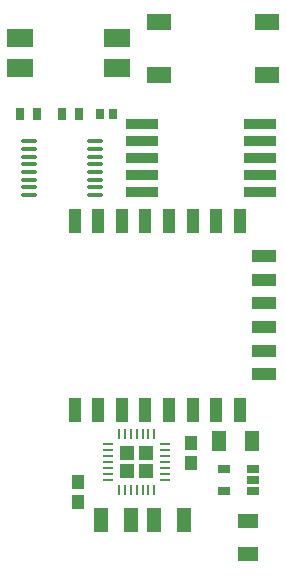
<source format=gtp>
G04 Layer_Color=7318015*
%FSLAX25Y25*%
%MOIN*%
G70*
G01*
G75*
%ADD10R,0.04331X0.04921*%
%ADD11R,0.11024X0.03543*%
%ADD12R,0.02756X0.03347*%
%ADD13R,0.05118X0.07087*%
%ADD14R,0.07087X0.05118*%
%ADD15R,0.03150X0.03937*%
%ADD16R,0.04331X0.02559*%
%ADD17R,0.08504X0.06000*%
%ADD18O,0.05512X0.01378*%
%ADD19R,0.08268X0.05512*%
%ADD20R,0.04724X0.07874*%
%ADD22R,0.03543X0.00984*%
%ADD23R,0.00984X0.03543*%
%ADD24R,0.04331X0.07874*%
%ADD25R,0.07874X0.04331*%
%ADD35R,0.04921X0.04921*%
D10*
X407500Y302130D02*
D03*
Y308823D02*
D03*
X370000Y295823D02*
D03*
Y289130D02*
D03*
D11*
X430500Y392476D02*
D03*
Y398146D02*
D03*
Y403815D02*
D03*
Y409484D02*
D03*
Y415154D02*
D03*
X391130D02*
D03*
Y409484D02*
D03*
Y403815D02*
D03*
Y398146D02*
D03*
Y392476D02*
D03*
D12*
X377236Y418476D02*
D03*
X381764D02*
D03*
D13*
X428012Y309476D02*
D03*
X416988D02*
D03*
D14*
X426500Y271965D02*
D03*
Y282988D02*
D03*
D15*
X356453Y418476D02*
D03*
X350547D02*
D03*
X370453D02*
D03*
X364547D02*
D03*
D16*
X428224Y292736D02*
D03*
Y296476D02*
D03*
Y300217D02*
D03*
X418776D02*
D03*
Y292736D02*
D03*
D17*
X350480Y443976D02*
D03*
Y433976D02*
D03*
X383000Y443976D02*
D03*
Y433976D02*
D03*
D18*
X353476Y409433D02*
D03*
Y406874D02*
D03*
Y404315D02*
D03*
Y401756D02*
D03*
Y399197D02*
D03*
Y396638D02*
D03*
Y394079D02*
D03*
Y391520D02*
D03*
X375524Y409433D02*
D03*
Y406874D02*
D03*
Y404315D02*
D03*
Y401756D02*
D03*
Y399197D02*
D03*
Y396638D02*
D03*
Y394079D02*
D03*
Y391520D02*
D03*
D19*
X432913Y431618D02*
D03*
X397087D02*
D03*
Y449335D02*
D03*
X432913D02*
D03*
D20*
X405279Y283236D02*
D03*
X377720D02*
D03*
X387563D02*
D03*
X395437D02*
D03*
D22*
X380051Y302476D02*
D03*
Y300508D02*
D03*
Y298539D02*
D03*
Y296571D02*
D03*
Y304445D02*
D03*
Y306413D02*
D03*
Y308382D02*
D03*
X398949D02*
D03*
Y306413D02*
D03*
Y304445D02*
D03*
Y296571D02*
D03*
Y298539D02*
D03*
Y300508D02*
D03*
Y302476D02*
D03*
D23*
X395406Y293028D02*
D03*
X393437D02*
D03*
X391469D02*
D03*
X389500D02*
D03*
X387531D02*
D03*
X385563D02*
D03*
X383594D02*
D03*
Y311925D02*
D03*
X385563D02*
D03*
X387531D02*
D03*
X389500D02*
D03*
X391469D02*
D03*
X393437D02*
D03*
X395406D02*
D03*
D24*
X423933Y382972D02*
D03*
Y319980D02*
D03*
X368815D02*
D03*
X376689D02*
D03*
X384563D02*
D03*
X392437D02*
D03*
X400311D02*
D03*
X408185D02*
D03*
X416059D02*
D03*
X368815Y382972D02*
D03*
X416059D02*
D03*
X408185D02*
D03*
X400311D02*
D03*
X392437D02*
D03*
X384563D02*
D03*
X376689D02*
D03*
D25*
X431807Y331791D02*
D03*
Y339665D02*
D03*
Y371161D02*
D03*
Y363287D02*
D03*
Y355413D02*
D03*
Y347539D02*
D03*
D35*
X392551Y305528D02*
D03*
Y299425D02*
D03*
X386449D02*
D03*
Y305528D02*
D03*
M02*

</source>
